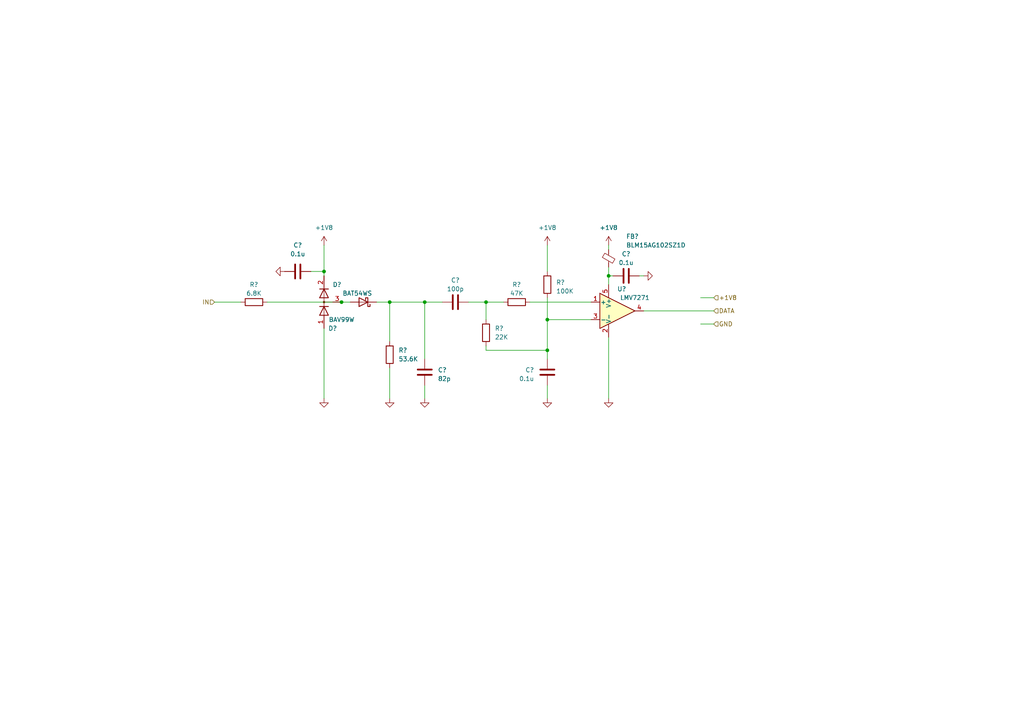
<source format=kicad_sch>
(kicad_sch (version 20230221) (generator eeschema)

  (uuid e71cbde1-8d43-4450-8a5d-ad6ba7566a5d)

  (paper "A4")

  (lib_symbols
    (symbol "Comparator:LMV7271" (pin_names (offset 0.127)) (in_bom yes) (on_board yes)
      (property "Reference" "U" (at 1.27 5.08 0)
        (effects (font (size 1.27 1.27)))
      )
      (property "Value" "LMV7271" (at 3.81 -5.08 0)
        (effects (font (size 1.27 1.27)))
      )
      (property "Footprint" "" (at 0 2.54 0)
        (effects (font (size 1.27 1.27)) hide)
      )
      (property "Datasheet" "http://www.ti.com/lit/ds/symlink/lmv7271.pdf" (at 0 5.08 0)
        (effects (font (size 1.27 1.27)) hide)
      )
      (property "ki_keywords" "cmp" (at 0 0 0)
        (effects (font (size 1.27 1.27)) hide)
      )
      (property "ki_description" "Single, 1.8V Low Power, Rail-to-Rail Input, Push-Pull Output Comparator, SOT-23-5/SC-70-5" (at 0 0 0)
        (effects (font (size 1.27 1.27)) hide)
      )
      (property "ki_fp_filters" "SOT?23* *SC?70*" (at 0 0 0)
        (effects (font (size 1.27 1.27)) hide)
      )
      (symbol "LMV7271_0_1"
        (polyline
          (pts
            (xy -5.08 5.08)
            (xy 5.08 0)
            (xy -5.08 -5.08)
            (xy -5.08 5.08)
          )
          (stroke (width 0.254) (type default))
          (fill (type background))
        )
      )
      (symbol "LMV7271_1_1"
        (pin input line (at -7.62 2.54 0) (length 2.54)
          (name "+" (effects (font (size 1.27 1.27))))
          (number "1" (effects (font (size 1.27 1.27))))
        )
        (pin power_in line (at -2.54 -7.62 90) (length 3.81)
          (name "V-" (effects (font (size 1.27 1.27))))
          (number "2" (effects (font (size 1.27 1.27))))
        )
        (pin input line (at -7.62 -2.54 0) (length 2.54)
          (name "-" (effects (font (size 1.27 1.27))))
          (number "3" (effects (font (size 1.27 1.27))))
        )
        (pin output line (at 7.62 0 180) (length 2.54)
          (name "~" (effects (font (size 1.27 1.27))))
          (number "4" (effects (font (size 1.27 1.27))))
        )
        (pin power_in line (at -2.54 7.62 270) (length 3.81)
          (name "V+" (effects (font (size 1.27 1.27))))
          (number "5" (effects (font (size 1.27 1.27))))
        )
      )
    )
    (symbol "Device:C" (pin_numbers hide) (pin_names (offset 0.254)) (in_bom yes) (on_board yes)
      (property "Reference" "C" (at 0.635 2.54 0)
        (effects (font (size 1.27 1.27)) (justify left))
      )
      (property "Value" "C" (at 0.635 -2.54 0)
        (effects (font (size 1.27 1.27)) (justify left))
      )
      (property "Footprint" "" (at 0.9652 -3.81 0)
        (effects (font (size 1.27 1.27)) hide)
      )
      (property "Datasheet" "~" (at 0 0 0)
        (effects (font (size 1.27 1.27)) hide)
      )
      (property "ki_keywords" "cap capacitor" (at 0 0 0)
        (effects (font (size 1.27 1.27)) hide)
      )
      (property "ki_description" "Unpolarized capacitor" (at 0 0 0)
        (effects (font (size 1.27 1.27)) hide)
      )
      (property "ki_fp_filters" "C_*" (at 0 0 0)
        (effects (font (size 1.27 1.27)) hide)
      )
      (symbol "C_0_1"
        (polyline
          (pts
            (xy -2.032 -0.762)
            (xy 2.032 -0.762)
          )
          (stroke (width 0.508) (type default))
          (fill (type none))
        )
        (polyline
          (pts
            (xy -2.032 0.762)
            (xy 2.032 0.762)
          )
          (stroke (width 0.508) (type default))
          (fill (type none))
        )
      )
      (symbol "C_1_1"
        (pin passive line (at 0 3.81 270) (length 2.794)
          (name "~" (effects (font (size 1.27 1.27))))
          (number "1" (effects (font (size 1.27 1.27))))
        )
        (pin passive line (at 0 -3.81 90) (length 2.794)
          (name "~" (effects (font (size 1.27 1.27))))
          (number "2" (effects (font (size 1.27 1.27))))
        )
      )
    )
    (symbol "Device:D_Dual_Series_AKC" (pin_names (offset 0.762) hide) (in_bom yes) (on_board yes)
      (property "Reference" "D" (at 1.27 -2.54 0)
        (effects (font (size 1.27 1.27)))
      )
      (property "Value" "D_Dual_Series_AKC" (at 0 2.54 0)
        (effects (font (size 1.27 1.27)))
      )
      (property "Footprint" "" (at 0 0 0)
        (effects (font (size 1.27 1.27)) hide)
      )
      (property "Datasheet" "~" (at 0 0 0)
        (effects (font (size 1.27 1.27)) hide)
      )
      (property "ki_keywords" "diode" (at 0 0 0)
        (effects (font (size 1.27 1.27)) hide)
      )
      (property "ki_description" "Dual diode, anode/cathode/center" (at 0 0 0)
        (effects (font (size 1.27 1.27)) hide)
      )
      (symbol "D_Dual_Series_AKC_0_1"
        (polyline
          (pts
            (xy -3.81 0)
            (xy 3.81 0)
          )
          (stroke (width 0) (type default))
          (fill (type none))
        )
        (polyline
          (pts
            (xy 0 0)
            (xy 0 -2.54)
          )
          (stroke (width 0) (type default))
          (fill (type none))
        )
        (polyline
          (pts
            (xy 6.35 0)
            (xy 7.62 0)
          )
          (stroke (width 0) (type default))
          (fill (type none))
        )
        (polyline
          (pts
            (xy -1.27 -1.27)
            (xy -1.27 1.27)
            (xy -1.27 1.27)
          )
          (stroke (width 0.254) (type default))
          (fill (type none))
        )
        (polyline
          (pts
            (xy 3.81 1.27)
            (xy 3.81 -1.27)
            (xy 3.81 -1.27)
          )
          (stroke (width 0.254) (type default))
          (fill (type none))
        )
        (polyline
          (pts
            (xy -3.81 1.27)
            (xy -1.27 0)
            (xy -3.81 -1.27)
            (xy -3.81 1.27)
            (xy -3.81 1.27)
            (xy -3.81 1.27)
          )
          (stroke (width 0.254) (type default))
          (fill (type none))
        )
        (polyline
          (pts
            (xy 1.27 1.27)
            (xy 3.81 0)
            (xy 1.27 -1.27)
            (xy 1.27 1.27)
            (xy 1.27 1.27)
            (xy 1.27 1.27)
          )
          (stroke (width 0.254) (type default))
          (fill (type none))
        )
        (circle (center 0 0) (radius 0.254)
          (stroke (width 0) (type default))
          (fill (type outline))
        )
        (pin passive line (at -7.62 0 0) (length 3.81)
          (name "A" (effects (font (size 1.27 1.27))))
          (number "1" (effects (font (size 1.27 1.27))))
        )
        (pin passive line (at 7.62 0 180) (length 3.81)
          (name "K" (effects (font (size 1.27 1.27))))
          (number "2" (effects (font (size 1.27 1.27))))
        )
        (pin passive line (at 0 -5.08 90) (length 2.54)
          (name "common" (effects (font (size 1.27 1.27))))
          (number "3" (effects (font (size 1.27 1.27))))
        )
      )
    )
    (symbol "Device:D_Schottky" (pin_numbers hide) (pin_names (offset 1.016) hide) (in_bom yes) (on_board yes)
      (property "Reference" "D" (at 0 2.54 0)
        (effects (font (size 1.27 1.27)))
      )
      (property "Value" "D_Schottky" (at 0 -2.54 0)
        (effects (font (size 1.27 1.27)))
      )
      (property "Footprint" "" (at 0 0 0)
        (effects (font (size 1.27 1.27)) hide)
      )
      (property "Datasheet" "~" (at 0 0 0)
        (effects (font (size 1.27 1.27)) hide)
      )
      (property "ki_keywords" "diode Schottky" (at 0 0 0)
        (effects (font (size 1.27 1.27)) hide)
      )
      (property "ki_description" "Schottky diode" (at 0 0 0)
        (effects (font (size 1.27 1.27)) hide)
      )
      (property "ki_fp_filters" "TO-???* *_Diode_* *SingleDiode* D_*" (at 0 0 0)
        (effects (font (size 1.27 1.27)) hide)
      )
      (symbol "D_Schottky_0_1"
        (polyline
          (pts
            (xy 1.27 0)
            (xy -1.27 0)
          )
          (stroke (width 0) (type default))
          (fill (type none))
        )
        (polyline
          (pts
            (xy 1.27 1.27)
            (xy 1.27 -1.27)
            (xy -1.27 0)
            (xy 1.27 1.27)
          )
          (stroke (width 0.254) (type default))
          (fill (type none))
        )
        (polyline
          (pts
            (xy -1.905 0.635)
            (xy -1.905 1.27)
            (xy -1.27 1.27)
            (xy -1.27 -1.27)
            (xy -0.635 -1.27)
            (xy -0.635 -0.635)
          )
          (stroke (width 0.254) (type default))
          (fill (type none))
        )
      )
      (symbol "D_Schottky_1_1"
        (pin passive line (at -3.81 0 0) (length 2.54)
          (name "K" (effects (font (size 1.27 1.27))))
          (number "1" (effects (font (size 1.27 1.27))))
        )
        (pin passive line (at 3.81 0 180) (length 2.54)
          (name "A" (effects (font (size 1.27 1.27))))
          (number "2" (effects (font (size 1.27 1.27))))
        )
      )
    )
    (symbol "Device:FerriteBead_Small" (pin_numbers hide) (pin_names (offset 0)) (in_bom yes) (on_board yes)
      (property "Reference" "FB" (at 1.905 1.27 0)
        (effects (font (size 1.27 1.27)) (justify left))
      )
      (property "Value" "FerriteBead_Small" (at 1.905 -1.27 0)
        (effects (font (size 1.27 1.27)) (justify left))
      )
      (property "Footprint" "" (at -1.778 0 90)
        (effects (font (size 1.27 1.27)) hide)
      )
      (property "Datasheet" "~" (at 0 0 0)
        (effects (font (size 1.27 1.27)) hide)
      )
      (property "ki_keywords" "L ferrite bead inductor filter" (at 0 0 0)
        (effects (font (size 1.27 1.27)) hide)
      )
      (property "ki_description" "Ferrite bead, small symbol" (at 0 0 0)
        (effects (font (size 1.27 1.27)) hide)
      )
      (property "ki_fp_filters" "Inductor_* L_* *Ferrite*" (at 0 0 0)
        (effects (font (size 1.27 1.27)) hide)
      )
      (symbol "FerriteBead_Small_0_1"
        (polyline
          (pts
            (xy 0 -1.27)
            (xy 0 -0.7874)
          )
          (stroke (width 0) (type default))
          (fill (type none))
        )
        (polyline
          (pts
            (xy 0 0.889)
            (xy 0 1.2954)
          )
          (stroke (width 0) (type default))
          (fill (type none))
        )
        (polyline
          (pts
            (xy -1.8288 0.2794)
            (xy -1.1176 1.4986)
            (xy 1.8288 -0.2032)
            (xy 1.1176 -1.4224)
            (xy -1.8288 0.2794)
          )
          (stroke (width 0) (type default))
          (fill (type none))
        )
      )
      (symbol "FerriteBead_Small_1_1"
        (pin passive line (at 0 2.54 270) (length 1.27)
          (name "~" (effects (font (size 1.27 1.27))))
          (number "1" (effects (font (size 1.27 1.27))))
        )
        (pin passive line (at 0 -2.54 90) (length 1.27)
          (name "~" (effects (font (size 1.27 1.27))))
          (number "2" (effects (font (size 1.27 1.27))))
        )
      )
    )
    (symbol "Device:R" (pin_numbers hide) (pin_names (offset 0)) (in_bom yes) (on_board yes)
      (property "Reference" "R" (at 2.032 0 90)
        (effects (font (size 1.27 1.27)))
      )
      (property "Value" "R" (at 0 0 90)
        (effects (font (size 1.27 1.27)))
      )
      (property "Footprint" "" (at -1.778 0 90)
        (effects (font (size 1.27 1.27)) hide)
      )
      (property "Datasheet" "~" (at 0 0 0)
        (effects (font (size 1.27 1.27)) hide)
      )
      (property "ki_keywords" "R res resistor" (at 0 0 0)
        (effects (font (size 1.27 1.27)) hide)
      )
      (property "ki_description" "Resistor" (at 0 0 0)
        (effects (font (size 1.27 1.27)) hide)
      )
      (property "ki_fp_filters" "R_*" (at 0 0 0)
        (effects (font (size 1.27 1.27)) hide)
      )
      (symbol "R_0_1"
        (rectangle (start -1.016 -2.54) (end 1.016 2.54)
          (stroke (width 0.254) (type default))
          (fill (type none))
        )
      )
      (symbol "R_1_1"
        (pin passive line (at 0 3.81 270) (length 1.27)
          (name "~" (effects (font (size 1.27 1.27))))
          (number "1" (effects (font (size 1.27 1.27))))
        )
        (pin passive line (at 0 -3.81 90) (length 1.27)
          (name "~" (effects (font (size 1.27 1.27))))
          (number "2" (effects (font (size 1.27 1.27))))
        )
      )
    )
    (symbol "power:+1V8" (power) (pin_names (offset 0)) (in_bom yes) (on_board yes)
      (property "Reference" "#PWR" (at 0 -3.81 0)
        (effects (font (size 1.27 1.27)) hide)
      )
      (property "Value" "+1V8" (at 0 3.556 0)
        (effects (font (size 1.27 1.27)))
      )
      (property "Footprint" "" (at 0 0 0)
        (effects (font (size 1.27 1.27)) hide)
      )
      (property "Datasheet" "" (at 0 0 0)
        (effects (font (size 1.27 1.27)) hide)
      )
      (property "ki_keywords" "power-flag" (at 0 0 0)
        (effects (font (size 1.27 1.27)) hide)
      )
      (property "ki_description" "Power symbol creates a global label with name \"+1V8\"" (at 0 0 0)
        (effects (font (size 1.27 1.27)) hide)
      )
      (symbol "+1V8_0_1"
        (polyline
          (pts
            (xy -0.762 1.27)
            (xy 0 2.54)
          )
          (stroke (width 0) (type default))
          (fill (type none))
        )
        (polyline
          (pts
            (xy 0 0)
            (xy 0 2.54)
          )
          (stroke (width 0) (type default))
          (fill (type none))
        )
        (polyline
          (pts
            (xy 0 2.54)
            (xy 0.762 1.27)
          )
          (stroke (width 0) (type default))
          (fill (type none))
        )
      )
      (symbol "+1V8_1_1"
        (pin power_in line (at 0 0 90) (length 0) hide
          (name "+1V8" (effects (font (size 1.27 1.27))))
          (number "1" (effects (font (size 1.27 1.27))))
        )
      )
    )
    (symbol "power:GND" (power) (pin_names (offset 0)) (in_bom yes) (on_board yes)
      (property "Reference" "#PWR" (at 0 -6.35 0)
        (effects (font (size 1.27 1.27)) hide)
      )
      (property "Value" "GND" (at 0 -3.81 0)
        (effects (font (size 1.27 1.27)))
      )
      (property "Footprint" "" (at 0 0 0)
        (effects (font (size 1.27 1.27)) hide)
      )
      (property "Datasheet" "" (at 0 0 0)
        (effects (font (size 1.27 1.27)) hide)
      )
      (property "ki_keywords" "power-flag" (at 0 0 0)
        (effects (font (size 1.27 1.27)) hide)
      )
      (property "ki_description" "Power symbol creates a global label with name \"GND\" , ground" (at 0 0 0)
        (effects (font (size 1.27 1.27)) hide)
      )
      (symbol "GND_0_1"
        (polyline
          (pts
            (xy 0 0)
            (xy 0 -1.27)
            (xy 1.27 -1.27)
            (xy 0 -2.54)
            (xy -1.27 -1.27)
            (xy 0 -1.27)
          )
          (stroke (width 0) (type default))
          (fill (type none))
        )
      )
      (symbol "GND_1_1"
        (pin power_in line (at 0 0 270) (length 0) hide
          (name "GND" (effects (font (size 1.27 1.27))))
          (number "1" (effects (font (size 1.27 1.27))))
        )
      )
    )
  )

  (junction (at 123.19 87.63) (diameter 0) (color 0 0 0 0)
    (uuid 00de7870-9a00-4d11-bbdf-d8a627943be2)
  )
  (junction (at 93.98 78.74) (diameter 0) (color 0 0 0 0)
    (uuid 31a1520c-732c-4761-9a7f-e90116d2b726)
  )
  (junction (at 158.75 92.71) (diameter 0) (color 0 0 0 0)
    (uuid 5750a2cc-a6ad-43be-a7ff-e1d86fa9716c)
  )
  (junction (at 113.03 87.63) (diameter 0) (color 0 0 0 0)
    (uuid 737ec7ec-c661-471b-962d-e783af865cd7)
  )
  (junction (at 99.06 87.63) (diameter 0) (color 0 0 0 0)
    (uuid 8080ac33-807c-4867-9595-40dd22b45ce7)
  )
  (junction (at 176.53 80.01) (diameter 0) (color 0 0 0 0)
    (uuid 95fc83f0-a096-44a7-86b0-1580d61ddbaf)
  )
  (junction (at 158.75 101.6) (diameter 0) (color 0 0 0 0)
    (uuid b2b0e782-01ca-45e3-a867-b6752a302df8)
  )
  (junction (at 140.97 87.63) (diameter 0) (color 0 0 0 0)
    (uuid bb20baa0-267e-4287-a6dc-e0210b334bfb)
  )

  (wire (pts (xy 158.75 111.76) (xy 158.75 115.57))
    (stroke (width 0) (type default))
    (uuid 09682c32-04dd-4955-a579-a06f092ea210)
  )
  (wire (pts (xy 113.03 106.68) (xy 113.03 115.57))
    (stroke (width 0) (type default))
    (uuid 0c613798-b279-46df-b30b-bca81e077689)
  )
  (wire (pts (xy 93.98 95.25) (xy 93.98 115.57))
    (stroke (width 0) (type default))
    (uuid 175923ec-6c24-4f44-8b79-a2d24d0d4978)
  )
  (wire (pts (xy 158.75 92.71) (xy 171.45 92.71))
    (stroke (width 0) (type default))
    (uuid 3ed8332b-6701-4ad4-a88d-4390004669f9)
  )
  (wire (pts (xy 176.53 77.47) (xy 176.53 80.01))
    (stroke (width 0) (type default))
    (uuid 466b39ac-32bb-4038-8cba-b26ebf557ff1)
  )
  (wire (pts (xy 140.97 101.6) (xy 158.75 101.6))
    (stroke (width 0) (type default))
    (uuid 477f0438-8e50-4b61-8ad0-191baede91f1)
  )
  (wire (pts (xy 123.19 104.14) (xy 123.19 87.63))
    (stroke (width 0) (type default))
    (uuid 4ac6e9f9-d5f7-411f-b1d5-ef00b897d5b8)
  )
  (wire (pts (xy 158.75 86.36) (xy 158.75 92.71))
    (stroke (width 0) (type default))
    (uuid 4ae980df-f0cd-4325-8f4d-e7c62f833fee)
  )
  (wire (pts (xy 177.8 80.01) (xy 176.53 80.01))
    (stroke (width 0) (type default))
    (uuid 4c438a5a-afd1-419f-bb20-3d1a58db981d)
  )
  (wire (pts (xy 176.53 72.39) (xy 176.53 71.12))
    (stroke (width 0) (type default))
    (uuid 4f0a3459-1fe5-4a37-a87f-e891478e3147)
  )
  (wire (pts (xy 99.06 87.63) (xy 101.6 87.63))
    (stroke (width 0) (type default))
    (uuid 55f4e76f-083a-43f6-a816-846bf5a2468c)
  )
  (wire (pts (xy 140.97 87.63) (xy 146.05 87.63))
    (stroke (width 0) (type default))
    (uuid 580b2420-58e7-413f-9699-c58c126cd0b8)
  )
  (wire (pts (xy 123.19 111.76) (xy 123.19 115.57))
    (stroke (width 0) (type default))
    (uuid 5933404b-400d-4a57-8c62-22f1c0639707)
  )
  (wire (pts (xy 176.53 80.01) (xy 176.53 82.55))
    (stroke (width 0) (type default))
    (uuid 599340d0-610d-4f89-9dcb-9fc7ea2cc61f)
  )
  (wire (pts (xy 109.22 87.63) (xy 113.03 87.63))
    (stroke (width 0) (type default))
    (uuid 60edfdb8-8a1b-401b-891b-c4196f22b6fc)
  )
  (wire (pts (xy 93.98 78.74) (xy 93.98 80.01))
    (stroke (width 0) (type default))
    (uuid 6711c7ea-c737-4090-a961-4158fb0e191b)
  )
  (wire (pts (xy 90.17 78.74) (xy 93.98 78.74))
    (stroke (width 0) (type default))
    (uuid 68718a24-68c9-4a0f-b3b1-72a7e7eafd0e)
  )
  (wire (pts (xy 93.98 71.12) (xy 93.98 78.74))
    (stroke (width 0) (type default))
    (uuid 69279710-c43a-4d8e-a416-c3c9947980a1)
  )
  (wire (pts (xy 153.67 87.63) (xy 171.45 87.63))
    (stroke (width 0) (type default))
    (uuid 6cff9fc6-ea2f-410f-af17-b50630b43eb6)
  )
  (wire (pts (xy 140.97 100.33) (xy 140.97 101.6))
    (stroke (width 0) (type default))
    (uuid 781cfe9d-95b2-4085-b592-26bfa500aa2d)
  )
  (wire (pts (xy 77.47 87.63) (xy 99.06 87.63))
    (stroke (width 0) (type default))
    (uuid 7fd546e3-39c4-4f7d-b06a-c0a686a92755)
  )
  (wire (pts (xy 140.97 87.63) (xy 140.97 92.71))
    (stroke (width 0) (type default))
    (uuid 857d94da-cf0c-4afe-b8b6-75130a2ce4b1)
  )
  (wire (pts (xy 135.89 87.63) (xy 140.97 87.63))
    (stroke (width 0) (type default))
    (uuid 87d98712-f065-4192-ba02-217c72bf1fb9)
  )
  (wire (pts (xy 158.75 92.71) (xy 158.75 101.6))
    (stroke (width 0) (type default))
    (uuid 87db4e01-db2b-433d-a3ac-50499178402a)
  )
  (wire (pts (xy 113.03 87.63) (xy 113.03 99.06))
    (stroke (width 0) (type default))
    (uuid 89a30c68-8f86-4b6f-bc70-6530a84bf042)
  )
  (wire (pts (xy 158.75 71.12) (xy 158.75 78.74))
    (stroke (width 0) (type default))
    (uuid 93a5fefd-2f0f-48f4-8ebf-51924f56fd65)
  )
  (wire (pts (xy 176.53 115.57) (xy 176.53 97.79))
    (stroke (width 0) (type default))
    (uuid a601740a-da63-4364-b9f8-e4e057e0f2c7)
  )
  (wire (pts (xy 203.2 93.98) (xy 207.01 93.98))
    (stroke (width 0) (type default))
    (uuid a659e37b-5a1f-41a1-862d-b260566d645c)
  )
  (wire (pts (xy 158.75 101.6) (xy 158.75 104.14))
    (stroke (width 0) (type default))
    (uuid aba834a0-a671-47da-959f-a218c0c6e1be)
  )
  (wire (pts (xy 203.2 86.36) (xy 207.01 86.36))
    (stroke (width 0) (type default))
    (uuid bd969bde-e0ad-4a07-ae0e-a4ffc09b4df5)
  )
  (wire (pts (xy 123.19 87.63) (xy 128.27 87.63))
    (stroke (width 0) (type default))
    (uuid be30ab90-2e23-4ec0-9ae5-36448abb3732)
  )
  (wire (pts (xy 62.23 87.63) (xy 69.85 87.63))
    (stroke (width 0) (type default))
    (uuid c145811c-51dd-4acb-b97b-e91816b42548)
  )
  (wire (pts (xy 185.42 80.01) (xy 186.69 80.01))
    (stroke (width 0) (type default))
    (uuid c2a18453-508f-4e83-9c96-00e470b9cd54)
  )
  (wire (pts (xy 113.03 87.63) (xy 123.19 87.63))
    (stroke (width 0) (type default))
    (uuid df1ed28d-839f-46f8-9d6d-fa79449015c8)
  )
  (wire (pts (xy 186.69 90.17) (xy 207.01 90.17))
    (stroke (width 0) (type default))
    (uuid f707fa9f-996f-40f3-b25e-a369a8f43124)
  )

  (hierarchical_label "GND" (shape input) (at 207.01 93.98 0) (fields_autoplaced)
    (effects (font (size 1.27 1.27)) (justify left))
    (uuid 57058e79-1a68-4bd3-85ba-7e3809e2ec29)
  )
  (hierarchical_label "+1V8" (shape input) (at 207.01 86.36 0) (fields_autoplaced)
    (effects (font (size 1.27 1.27)) (justify left))
    (uuid 8b6dd13a-5b33-4e54-adce-423cb59c9572)
  )
  (hierarchical_label "IN" (shape input) (at 62.23 87.63 180) (fields_autoplaced)
    (effects (font (size 1.27 1.27)) (justify right))
    (uuid e07f652f-5a49-43ab-9fa2-d99f6298d4ec)
  )
  (hierarchical_label "DATA" (shape input) (at 207.01 90.17 0) (fields_autoplaced)
    (effects (font (size 1.27 1.27)) (justify left))
    (uuid ecc01d8d-8836-461d-9d30-fc02b61a9607)
  )

  (symbol (lib_id "power:+1V8") (at 158.75 71.12 0) (unit 1)
    (in_bom yes) (on_board yes) (dnp no) (fields_autoplaced)
    (uuid 005d9bb1-af66-4ca9-9efa-6590ead6a9ce)
    (property "Reference" "#PWR?" (at 158.75 74.93 0)
      (effects (font (size 1.27 1.27)) hide)
    )
    (property "Value" "+1V8" (at 158.75 66.04 0)
      (effects (font (size 1.27 1.27)))
    )
    (property "Footprint" "" (at 158.75 71.12 0)
      (effects (font (size 1.27 1.27)) hide)
    )
    (property "Datasheet" "" (at 158.75 71.12 0)
      (effects (font (size 1.27 1.27)) hide)
    )
    (pin "1" (uuid 7b812706-b7be-4e6c-befb-1d60694b5a1c))
    (instances
      (project "Kampela"
        (path "/472e0f49-51e5-4b9c-a9f6-6aed0741c677/67eb4c15-878d-4392-8f98-b0db1677ce0d"
          (reference "#PWR?") (unit 1)
        )
      )
      (project "Kampela_D1"
        (path "/f1094595-086c-43ea-a0be-6f801d9d8744/67eb4c15-878d-4392-8f98-b0db1677ce0d"
          (reference "#PWR017") (unit 1)
        )
      )
    )
  )

  (symbol (lib_id "Device:C") (at 181.61 80.01 270) (mirror x) (unit 1)
    (in_bom yes) (on_board yes) (dnp no) (fields_autoplaced)
    (uuid 0d082e3c-d845-4287-b74e-9326d651a4c7)
    (property "Reference" "C?" (at 181.61 73.66 90)
      (effects (font (size 1.27 1.27)))
    )
    (property "Value" "0.1u" (at 181.61 76.2 90)
      (effects (font (size 1.27 1.27)))
    )
    (property "Footprint" "Capacitor_SMD:C_0402_1005Metric" (at 177.8 79.0448 0)
      (effects (font (size 1.27 1.27)) hide)
    )
    (property "Datasheet" "~" (at 181.61 80.01 0)
      (effects (font (size 1.27 1.27)) hide)
    )
    (pin "1" (uuid 71e05782-e375-4157-b8b7-407dec4a1b3d))
    (pin "2" (uuid 263029fc-a5ad-4810-9891-f9ff47ff8f6c))
    (instances
      (project "Kampela"
        (path "/472e0f49-51e5-4b9c-a9f6-6aed0741c677/67eb4c15-878d-4392-8f98-b0db1677ce0d"
          (reference "C?") (unit 1)
        )
      )
      (project "Kampela_D1"
        (path "/f1094595-086c-43ea-a0be-6f801d9d8744/67eb4c15-878d-4392-8f98-b0db1677ce0d"
          (reference "C5") (unit 1)
        )
      )
    )
  )

  (symbol (lib_id "Device:C") (at 123.19 107.95 0) (unit 1)
    (in_bom yes) (on_board yes) (dnp no) (fields_autoplaced)
    (uuid 1eb7f41e-b0c5-465c-95d0-217697737195)
    (property "Reference" "C?" (at 127 107.315 0)
      (effects (font (size 1.27 1.27)) (justify left))
    )
    (property "Value" "82p" (at 127 109.855 0)
      (effects (font (size 1.27 1.27)) (justify left))
    )
    (property "Footprint" "Capacitor_SMD:C_0402_1005Metric" (at 124.1552 111.76 0)
      (effects (font (size 1.27 1.27)) hide)
    )
    (property "Datasheet" "~" (at 123.19 107.95 0)
      (effects (font (size 1.27 1.27)) hide)
    )
    (pin "1" (uuid 3cefa6a2-3b1e-447b-8d99-7f292254d7ae))
    (pin "2" (uuid cf2da188-38d7-4ef0-915d-9fe7c7f9a2d1))
    (instances
      (project "Kampela"
        (path "/472e0f49-51e5-4b9c-a9f6-6aed0741c677/67eb4c15-878d-4392-8f98-b0db1677ce0d"
          (reference "C?") (unit 1)
        )
      )
      (project "Kampela_D1"
        (path "/f1094595-086c-43ea-a0be-6f801d9d8744/67eb4c15-878d-4392-8f98-b0db1677ce0d"
          (reference "C2") (unit 1)
        )
      )
    )
  )

  (symbol (lib_id "Device:D_Schottky") (at 105.41 87.63 180) (unit 1)
    (in_bom yes) (on_board yes) (dnp no)
    (uuid 28ee3c93-1c0e-4fb7-b782-c4da22b06b89)
    (property "Reference" "D?" (at 99.06 82.55 0)
      (effects (font (size 1.27 1.27)) (justify left))
    )
    (property "Value" "BAT54WS" (at 107.95 85.09 0)
      (effects (font (size 1.27 1.27)) (justify left))
    )
    (property "Footprint" "Diode_SMD:D_SOD-323F" (at 105.41 87.63 0)
      (effects (font (size 1.27 1.27)) hide)
    )
    (property "Datasheet" "~" (at 105.41 87.63 0)
      (effects (font (size 1.27 1.27)) hide)
    )
    (pin "1" (uuid 166d4c7e-96ac-452c-b711-b312016d5846))
    (pin "2" (uuid f5575602-0d59-4e45-931c-ac082bf00f04))
    (instances
      (project "Kampela"
        (path "/472e0f49-51e5-4b9c-a9f6-6aed0741c677/67eb4c15-878d-4392-8f98-b0db1677ce0d"
          (reference "D?") (unit 1)
        )
      )
      (project "Kampela_D1"
        (path "/f1094595-086c-43ea-a0be-6f801d9d8744/67eb4c15-878d-4392-8f98-b0db1677ce0d"
          (reference "D2") (unit 1)
        )
      )
    )
  )

  (symbol (lib_id "power:GND") (at 123.19 115.57 0) (unit 1)
    (in_bom yes) (on_board yes) (dnp no) (fields_autoplaced)
    (uuid 292231bf-e921-435a-aa02-0a6e9d2b9094)
    (property "Reference" "#PWR?" (at 123.19 121.92 0)
      (effects (font (size 1.27 1.27)) hide)
    )
    (property "Value" "GND" (at 123.19 120.65 0)
      (effects (font (size 1.27 1.27)) hide)
    )
    (property "Footprint" "" (at 123.19 115.57 0)
      (effects (font (size 1.27 1.27)) hide)
    )
    (property "Datasheet" "" (at 123.19 115.57 0)
      (effects (font (size 1.27 1.27)) hide)
    )
    (pin "1" (uuid 3a2c71e8-a044-42fe-af3c-883d70d602ce))
    (instances
      (project "Kampela"
        (path "/472e0f49-51e5-4b9c-a9f6-6aed0741c677/67eb4c15-878d-4392-8f98-b0db1677ce0d"
          (reference "#PWR?") (unit 1)
        )
      )
      (project "Kampela_D1"
        (path "/f1094595-086c-43ea-a0be-6f801d9d8744/67eb4c15-878d-4392-8f98-b0db1677ce0d"
          (reference "#PWR015") (unit 1)
        )
      )
    )
  )

  (symbol (lib_id "Device:R") (at 149.86 87.63 270) (unit 1)
    (in_bom yes) (on_board yes) (dnp no) (fields_autoplaced)
    (uuid 2ea1de2e-300f-45cd-badb-c52adba861cb)
    (property "Reference" "R?" (at 149.86 82.55 90)
      (effects (font (size 1.27 1.27)))
    )
    (property "Value" "47K" (at 149.86 85.09 90)
      (effects (font (size 1.27 1.27)))
    )
    (property "Footprint" "Resistor_SMD:R_0402_1005Metric" (at 149.86 85.852 90)
      (effects (font (size 1.27 1.27)) hide)
    )
    (property "Datasheet" "~" (at 149.86 87.63 0)
      (effects (font (size 1.27 1.27)) hide)
    )
    (pin "1" (uuid acda1d65-0a0a-4d9d-914a-512c9450b503))
    (pin "2" (uuid 5d8c8369-4cac-4227-900e-bb0fbacfde62))
    (instances
      (project "Kampela"
        (path "/472e0f49-51e5-4b9c-a9f6-6aed0741c677/67eb4c15-878d-4392-8f98-b0db1677ce0d"
          (reference "R?") (unit 1)
        )
      )
      (project "Kampela_D1"
        (path "/f1094595-086c-43ea-a0be-6f801d9d8744/67eb4c15-878d-4392-8f98-b0db1677ce0d"
          (reference "R4") (unit 1)
        )
      )
    )
  )

  (symbol (lib_id "Device:R") (at 140.97 96.52 0) (unit 1)
    (in_bom yes) (on_board yes) (dnp no) (fields_autoplaced)
    (uuid 2f2a7624-ae1d-4119-b117-532864e2761f)
    (property "Reference" "R?" (at 143.51 95.2499 0)
      (effects (font (size 1.27 1.27)) (justify left))
    )
    (property "Value" "22K" (at 143.51 97.7899 0)
      (effects (font (size 1.27 1.27)) (justify left))
    )
    (property "Footprint" "Resistor_SMD:R_0402_1005Metric" (at 139.192 96.52 90)
      (effects (font (size 1.27 1.27)) hide)
    )
    (property "Datasheet" "~" (at 140.97 96.52 0)
      (effects (font (size 1.27 1.27)) hide)
    )
    (pin "1" (uuid 93bc7464-9136-4cd3-8e4d-569fbf51757e))
    (pin "2" (uuid c207dedd-f447-4219-8255-9930cc327cee))
    (instances
      (project "Kampela"
        (path "/472e0f49-51e5-4b9c-a9f6-6aed0741c677/67eb4c15-878d-4392-8f98-b0db1677ce0d"
          (reference "R?") (unit 1)
        )
      )
      (project "Kampela_D1"
        (path "/f1094595-086c-43ea-a0be-6f801d9d8744/67eb4c15-878d-4392-8f98-b0db1677ce0d"
          (reference "R3") (unit 1)
        )
      )
    )
  )

  (symbol (lib_id "Device:C") (at 86.36 78.74 90) (mirror x) (unit 1)
    (in_bom yes) (on_board yes) (dnp no) (fields_autoplaced)
    (uuid 3780c09f-8ebb-4df9-8e79-af661d0ee190)
    (property "Reference" "C?" (at 86.36 71.12 90)
      (effects (font (size 1.27 1.27)))
    )
    (property "Value" "0.1u" (at 86.36 73.66 90)
      (effects (font (size 1.27 1.27)))
    )
    (property "Footprint" "Capacitor_SMD:C_0402_1005Metric" (at 90.17 79.7052 0)
      (effects (font (size 1.27 1.27)) hide)
    )
    (property "Datasheet" "~" (at 86.36 78.74 0)
      (effects (font (size 1.27 1.27)) hide)
    )
    (pin "1" (uuid eff670c4-c50d-46fa-b809-ca5246b7587c))
    (pin "2" (uuid ec1d2d08-7c9c-4fc6-973d-d9cfc20e64fe))
    (instances
      (project "Kampela"
        (path "/472e0f49-51e5-4b9c-a9f6-6aed0741c677/67eb4c15-878d-4392-8f98-b0db1677ce0d"
          (reference "C?") (unit 1)
        )
      )
      (project "Kampela_D1"
        (path "/f1094595-086c-43ea-a0be-6f801d9d8744/67eb4c15-878d-4392-8f98-b0db1677ce0d"
          (reference "C1") (unit 1)
        )
      )
    )
  )

  (symbol (lib_id "power:+1V8") (at 93.98 71.12 0) (unit 1)
    (in_bom yes) (on_board yes) (dnp no) (fields_autoplaced)
    (uuid 4dcda669-cc44-4686-a852-260396226be8)
    (property "Reference" "#PWR?" (at 93.98 74.93 0)
      (effects (font (size 1.27 1.27)) hide)
    )
    (property "Value" "+1V8" (at 93.98 66.04 0)
      (effects (font (size 1.27 1.27)))
    )
    (property "Footprint" "" (at 93.98 71.12 0)
      (effects (font (size 1.27 1.27)) hide)
    )
    (property "Datasheet" "" (at 93.98 71.12 0)
      (effects (font (size 1.27 1.27)) hide)
    )
    (pin "1" (uuid e3d16031-a83f-4974-93e0-480422e020eb))
    (instances
      (project "Kampela"
        (path "/472e0f49-51e5-4b9c-a9f6-6aed0741c677/67eb4c15-878d-4392-8f98-b0db1677ce0d"
          (reference "#PWR?") (unit 1)
        )
      )
      (project "Kampela_D1"
        (path "/f1094595-086c-43ea-a0be-6f801d9d8744/67eb4c15-878d-4392-8f98-b0db1677ce0d"
          (reference "#PWR012") (unit 1)
        )
      )
    )
  )

  (symbol (lib_id "Device:C") (at 158.75 107.95 0) (mirror x) (unit 1)
    (in_bom yes) (on_board yes) (dnp no) (fields_autoplaced)
    (uuid 4e999ff6-0929-4759-af6f-bab575e7e7f5)
    (property "Reference" "C?" (at 154.94 107.315 0)
      (effects (font (size 1.27 1.27)) (justify right))
    )
    (property "Value" "0.1u" (at 154.94 109.855 0)
      (effects (font (size 1.27 1.27)) (justify right))
    )
    (property "Footprint" "Capacitor_SMD:C_0402_1005Metric" (at 159.7152 104.14 0)
      (effects (font (size 1.27 1.27)) hide)
    )
    (property "Datasheet" "~" (at 158.75 107.95 0)
      (effects (font (size 1.27 1.27)) hide)
    )
    (pin "1" (uuid a3c04e7b-4eee-479e-9c77-a78953402051))
    (pin "2" (uuid 8da987b6-5537-4742-8859-ae186fd30a08))
    (instances
      (project "Kampela"
        (path "/472e0f49-51e5-4b9c-a9f6-6aed0741c677/67eb4c15-878d-4392-8f98-b0db1677ce0d"
          (reference "C?") (unit 1)
        )
      )
      (project "Kampela_D1"
        (path "/f1094595-086c-43ea-a0be-6f801d9d8744/67eb4c15-878d-4392-8f98-b0db1677ce0d"
          (reference "C4") (unit 1)
        )
      )
    )
  )

  (symbol (lib_id "Device:C") (at 132.08 87.63 270) (mirror x) (unit 1)
    (in_bom yes) (on_board yes) (dnp no) (fields_autoplaced)
    (uuid 53828eaf-2374-4716-8534-2778c9b7dc42)
    (property "Reference" "C?" (at 132.08 81.28 90)
      (effects (font (size 1.27 1.27)))
    )
    (property "Value" "100p" (at 132.08 83.82 90)
      (effects (font (size 1.27 1.27)))
    )
    (property "Footprint" "Capacitor_SMD:C_0402_1005Metric" (at 128.27 86.6648 0)
      (effects (font (size 1.27 1.27)) hide)
    )
    (property "Datasheet" "~" (at 132.08 87.63 0)
      (effects (font (size 1.27 1.27)) hide)
    )
    (pin "1" (uuid 20327d0e-c4f5-4999-94e5-75d14e334cd7))
    (pin "2" (uuid 0a2119d0-3ffe-4379-b0a0-af3057c274b0))
    (instances
      (project "Kampela"
        (path "/472e0f49-51e5-4b9c-a9f6-6aed0741c677/67eb4c15-878d-4392-8f98-b0db1677ce0d"
          (reference "C?") (unit 1)
        )
      )
      (project "Kampela_D1"
        (path "/f1094595-086c-43ea-a0be-6f801d9d8744/67eb4c15-878d-4392-8f98-b0db1677ce0d"
          (reference "C3") (unit 1)
        )
      )
    )
  )

  (symbol (lib_id "Device:FerriteBead_Small") (at 176.53 74.93 0) (unit 1)
    (in_bom yes) (on_board yes) (dnp no)
    (uuid 554b93bb-0e0d-4678-abef-79187734b1fb)
    (property "Reference" "FB?" (at 181.61 68.58 0)
      (effects (font (size 1.27 1.27)) (justify left))
    )
    (property "Value" "BLM15AG102SZ1D" (at 181.61 71.12 0)
      (effects (font (size 1.27 1.27)) (justify left))
    )
    (property "Footprint" "Inductor_SMD:L_0402_1005Metric" (at 174.752 74.93 90)
      (effects (font (size 1.27 1.27)) hide)
    )
    (property "Datasheet" "~" (at 176.53 74.93 0)
      (effects (font (size 1.27 1.27)) hide)
    )
    (pin "1" (uuid a1d9ed71-35d3-431b-84ee-f9b7de6001fa))
    (pin "2" (uuid 246f4ed6-2a4d-414d-a612-27131b69308b))
    (instances
      (project "Kampela"
        (path "/472e0f49-51e5-4b9c-a9f6-6aed0741c677/67eb4c15-878d-4392-8f98-b0db1677ce0d"
          (reference "FB?") (unit 1)
        )
      )
      (project "Kampela_D1"
        (path "/f1094595-086c-43ea-a0be-6f801d9d8744/67eb4c15-878d-4392-8f98-b0db1677ce0d"
          (reference "FB1") (unit 1)
        )
      )
    )
  )

  (symbol (lib_id "power:GND") (at 93.98 115.57 0) (unit 1)
    (in_bom yes) (on_board yes) (dnp no) (fields_autoplaced)
    (uuid 65015957-0f8a-4a0b-bd71-278bcb4e81ad)
    (property "Reference" "#PWR?" (at 93.98 121.92 0)
      (effects (font (size 1.27 1.27)) hide)
    )
    (property "Value" "GND" (at 93.98 120.65 0)
      (effects (font (size 1.27 1.27)) hide)
    )
    (property "Footprint" "" (at 93.98 115.57 0)
      (effects (font (size 1.27 1.27)) hide)
    )
    (property "Datasheet" "" (at 93.98 115.57 0)
      (effects (font (size 1.27 1.27)) hide)
    )
    (pin "1" (uuid 8bd2d1ef-d9ee-42b3-aaef-74c3c5eef445))
    (instances
      (project "Kampela"
        (path "/472e0f49-51e5-4b9c-a9f6-6aed0741c677/67eb4c15-878d-4392-8f98-b0db1677ce0d"
          (reference "#PWR?") (unit 1)
        )
      )
      (project "Kampela_D1"
        (path "/f1094595-086c-43ea-a0be-6f801d9d8744/67eb4c15-878d-4392-8f98-b0db1677ce0d"
          (reference "#PWR013") (unit 1)
        )
      )
    )
  )

  (symbol (lib_id "power:GND") (at 82.55 78.74 270) (unit 1)
    (in_bom yes) (on_board yes) (dnp no) (fields_autoplaced)
    (uuid 6c02058f-27f7-4342-9b8e-606b9e409101)
    (property "Reference" "#PWR?" (at 76.2 78.74 0)
      (effects (font (size 1.27 1.27)) hide)
    )
    (property "Value" "GND" (at 77.47 78.74 0)
      (effects (font (size 1.27 1.27)) hide)
    )
    (property "Footprint" "" (at 82.55 78.74 0)
      (effects (font (size 1.27 1.27)) hide)
    )
    (property "Datasheet" "" (at 82.55 78.74 0)
      (effects (font (size 1.27 1.27)) hide)
    )
    (pin "1" (uuid 275d2889-bc64-4128-87a8-a36e9b2b8c91))
    (instances
      (project "Kampela"
        (path "/472e0f49-51e5-4b9c-a9f6-6aed0741c677/67eb4c15-878d-4392-8f98-b0db1677ce0d"
          (reference "#PWR?") (unit 1)
        )
      )
      (project "Kampela_D1"
        (path "/f1094595-086c-43ea-a0be-6f801d9d8744/67eb4c15-878d-4392-8f98-b0db1677ce0d"
          (reference "#PWR011") (unit 1)
        )
      )
    )
  )

  (symbol (lib_id "power:GND") (at 186.69 80.01 90) (unit 1)
    (in_bom yes) (on_board yes) (dnp no) (fields_autoplaced)
    (uuid 794f7b33-6144-45df-b0da-a6a1ccb19093)
    (property "Reference" "#PWR?" (at 193.04 80.01 0)
      (effects (font (size 1.27 1.27)) hide)
    )
    (property "Value" "GND" (at 191.77 80.01 0)
      (effects (font (size 1.27 1.27)) hide)
    )
    (property "Footprint" "" (at 186.69 80.01 0)
      (effects (font (size 1.27 1.27)) hide)
    )
    (property "Datasheet" "" (at 186.69 80.01 0)
      (effects (font (size 1.27 1.27)) hide)
    )
    (pin "1" (uuid 646b41f9-05b3-41db-97da-85b7bb6647ca))
    (instances
      (project "Kampela"
        (path "/472e0f49-51e5-4b9c-a9f6-6aed0741c677/67eb4c15-878d-4392-8f98-b0db1677ce0d"
          (reference "#PWR?") (unit 1)
        )
      )
      (project "Kampela_D1"
        (path "/f1094595-086c-43ea-a0be-6f801d9d8744/67eb4c15-878d-4392-8f98-b0db1677ce0d"
          (reference "#PWR021") (unit 1)
        )
      )
    )
  )

  (symbol (lib_id "power:GND") (at 176.53 115.57 0) (unit 1)
    (in_bom yes) (on_board yes) (dnp no) (fields_autoplaced)
    (uuid 8d402518-4fc8-4411-b096-5729b05ee6a0)
    (property "Reference" "#PWR?" (at 176.53 121.92 0)
      (effects (font (size 1.27 1.27)) hide)
    )
    (property "Value" "GND" (at 176.53 120.65 0)
      (effects (font (size 1.27 1.27)) hide)
    )
    (property "Footprint" "" (at 176.53 115.57 0)
      (effects (font (size 1.27 1.27)) hide)
    )
    (property "Datasheet" "" (at 176.53 115.57 0)
      (effects (font (size 1.27 1.27)) hide)
    )
    (pin "1" (uuid b9dfc6c8-1768-47ae-8de7-0728bd5c5d3d))
    (instances
      (project "Kampela"
        (path "/472e0f49-51e5-4b9c-a9f6-6aed0741c677/67eb4c15-878d-4392-8f98-b0db1677ce0d"
          (reference "#PWR?") (unit 1)
        )
      )
      (project "Kampela_D1"
        (path "/f1094595-086c-43ea-a0be-6f801d9d8744/67eb4c15-878d-4392-8f98-b0db1677ce0d"
          (reference "#PWR020") (unit 1)
        )
      )
    )
  )

  (symbol (lib_id "Comparator:LMV7271") (at 179.07 90.17 0) (unit 1)
    (in_bom yes) (on_board yes) (dnp no)
    (uuid 8fe56de5-25ef-4e22-a889-da232d02032d)
    (property "Reference" "U?" (at 180.34 83.82 0)
      (effects (font (size 1.27 1.27)))
    )
    (property "Value" "LMV7271" (at 184.15 86.36 0)
      (effects (font (size 1.27 1.27)))
    )
    (property "Footprint" "Package_TO_SOT_SMD:SOT-353_SC-70-5" (at 179.07 87.63 0)
      (effects (font (size 1.27 1.27)) hide)
    )
    (property "Datasheet" "http://www.ti.com/lit/ds/symlink/lmv7271.pdf" (at 179.07 85.09 0)
      (effects (font (size 1.27 1.27)) hide)
    )
    (pin "1" (uuid 3b36f16f-e17d-42c4-88c7-f51f77ddb59a))
    (pin "2" (uuid a37d5180-00f7-4610-9acc-54e7eb22e4c7))
    (pin "3" (uuid 4399abb4-58f5-4cf8-98ac-83b037389e51))
    (pin "4" (uuid d48486a9-f29b-4728-b780-5c3fbe838079))
    (pin "5" (uuid 2590a9d7-4c53-411c-842e-22955363760f))
    (instances
      (project "Kampela"
        (path "/472e0f49-51e5-4b9c-a9f6-6aed0741c677/67eb4c15-878d-4392-8f98-b0db1677ce0d"
          (reference "U?") (unit 1)
        )
      )
      (project "Kampela_D1"
        (path "/f1094595-086c-43ea-a0be-6f801d9d8744/67eb4c15-878d-4392-8f98-b0db1677ce0d"
          (reference "U1") (unit 1)
        )
      )
    )
  )

  (symbol (lib_id "power:GND") (at 113.03 115.57 0) (unit 1)
    (in_bom yes) (on_board yes) (dnp no) (fields_autoplaced)
    (uuid ae00a833-0ee2-4cac-ba17-c8aa0f553152)
    (property "Reference" "#PWR?" (at 113.03 121.92 0)
      (effects (font (size 1.27 1.27)) hide)
    )
    (property "Value" "GND" (at 113.03 120.65 0)
      (effects (font (size 1.27 1.27)) hide)
    )
    (property "Footprint" "" (at 113.03 115.57 0)
      (effects (font (size 1.27 1.27)) hide)
    )
    (property "Datasheet" "" (at 113.03 115.57 0)
      (effects (font (size 1.27 1.27)) hide)
    )
    (pin "1" (uuid 0a42f56c-f5e8-4b82-9cb5-8e5780969e81))
    (instances
      (project "Kampela"
        (path "/472e0f49-51e5-4b9c-a9f6-6aed0741c677/67eb4c15-878d-4392-8f98-b0db1677ce0d"
          (reference "#PWR?") (unit 1)
        )
      )
      (project "Kampela_D1"
        (path "/f1094595-086c-43ea-a0be-6f801d9d8744/67eb4c15-878d-4392-8f98-b0db1677ce0d"
          (reference "#PWR014") (unit 1)
        )
      )
    )
  )

  (symbol (lib_id "Device:R") (at 73.66 87.63 90) (unit 1)
    (in_bom yes) (on_board yes) (dnp no) (fields_autoplaced)
    (uuid b8b5644f-568b-477e-9c00-a2bcc53e835e)
    (property "Reference" "R?" (at 73.66 82.55 90)
      (effects (font (size 1.27 1.27)))
    )
    (property "Value" "6.8K" (at 73.66 85.09 90)
      (effects (font (size 1.27 1.27)))
    )
    (property "Footprint" "Resistor_SMD:R_0402_1005Metric" (at 73.66 89.408 90)
      (effects (font (size 1.27 1.27)) hide)
    )
    (property "Datasheet" "~" (at 73.66 87.63 0)
      (effects (font (size 1.27 1.27)) hide)
    )
    (pin "1" (uuid 0a4873e1-aaba-4edf-b3ea-9eef45eac607))
    (pin "2" (uuid a7bca8fd-be1d-4eb4-a3c7-c08a5e2effea))
    (instances
      (project "Kampela"
        (path "/472e0f49-51e5-4b9c-a9f6-6aed0741c677/67eb4c15-878d-4392-8f98-b0db1677ce0d"
          (reference "R?") (unit 1)
        )
      )
      (project "Kampela_D1"
        (path "/f1094595-086c-43ea-a0be-6f801d9d8744/67eb4c15-878d-4392-8f98-b0db1677ce0d"
          (reference "R1") (unit 1)
        )
      )
    )
  )

  (symbol (lib_id "Device:R") (at 158.75 82.55 0) (unit 1)
    (in_bom yes) (on_board yes) (dnp no) (fields_autoplaced)
    (uuid c49702c7-476e-4d31-a011-6f23e9227063)
    (property "Reference" "R?" (at 161.29 81.915 0)
      (effects (font (size 1.27 1.27)) (justify left))
    )
    (property "Value" "100K" (at 161.29 84.455 0)
      (effects (font (size 1.27 1.27)) (justify left))
    )
    (property "Footprint" "Resistor_SMD:R_0402_1005Metric" (at 156.972 82.55 90)
      (effects (font (size 1.27 1.27)) hide)
    )
    (property "Datasheet" "~" (at 158.75 82.55 0)
      (effects (font (size 1.27 1.27)) hide)
    )
    (pin "1" (uuid 866fa89a-67d0-4735-89a1-4b2ebea135c2))
    (pin "2" (uuid f0354209-b533-441e-8dff-f2b72219699b))
    (instances
      (project "Kampela"
        (path "/472e0f49-51e5-4b9c-a9f6-6aed0741c677/67eb4c15-878d-4392-8f98-b0db1677ce0d"
          (reference "R?") (unit 1)
        )
      )
      (project "Kampela_D1"
        (path "/f1094595-086c-43ea-a0be-6f801d9d8744/67eb4c15-878d-4392-8f98-b0db1677ce0d"
          (reference "R5") (unit 1)
        )
      )
    )
  )

  (symbol (lib_id "power:GND") (at 158.75 115.57 0) (unit 1)
    (in_bom yes) (on_board yes) (dnp no) (fields_autoplaced)
    (uuid c4becbfc-089b-4fa0-a3a7-2ab9cdff31e6)
    (property "Reference" "#PWR?" (at 158.75 121.92 0)
      (effects (font (size 1.27 1.27)) hide)
    )
    (property "Value" "GND" (at 158.75 120.65 0)
      (effects (font (size 1.27 1.27)) hide)
    )
    (property "Footprint" "" (at 158.75 115.57 0)
      (effects (font (size 1.27 1.27)) hide)
    )
    (property "Datasheet" "" (at 158.75 115.57 0)
      (effects (font (size 1.27 1.27)) hide)
    )
    (pin "1" (uuid 57468050-b99f-4252-b2ba-9c50556f888e))
    (instances
      (project "Kampela"
        (path "/472e0f49-51e5-4b9c-a9f6-6aed0741c677/67eb4c15-878d-4392-8f98-b0db1677ce0d"
          (reference "#PWR?") (unit 1)
        )
      )
      (project "Kampela_D1"
        (path "/f1094595-086c-43ea-a0be-6f801d9d8744/67eb4c15-878d-4392-8f98-b0db1677ce0d"
          (reference "#PWR016") (unit 1)
        )
      )
    )
  )

  (symbol (lib_id "Device:R") (at 113.03 102.87 0) (unit 1)
    (in_bom yes) (on_board yes) (dnp no) (fields_autoplaced)
    (uuid e05b4ecf-dc9d-4b09-a904-2385655e785b)
    (property "Reference" "R?" (at 115.57 101.5999 0)
      (effects (font (size 1.27 1.27)) (justify left))
    )
    (property "Value" "53.6K" (at 115.57 104.1399 0)
      (effects (font (size 1.27 1.27)) (justify left))
    )
    (property "Footprint" "Resistor_SMD:R_0402_1005Metric" (at 111.252 102.87 90)
      (effects (font (size 1.27 1.27)) hide)
    )
    (property "Datasheet" "~" (at 113.03 102.87 0)
      (effects (font (size 1.27 1.27)) hide)
    )
    (pin "1" (uuid 0b44dca6-6439-4205-bfca-3c1f3c19183c))
    (pin "2" (uuid be3a75c9-0a00-4ae1-8e07-d333c91f9ebd))
    (instances
      (project "Kampela"
        (path "/472e0f49-51e5-4b9c-a9f6-6aed0741c677/67eb4c15-878d-4392-8f98-b0db1677ce0d"
          (reference "R?") (unit 1)
        )
      )
      (project "Kampela_D1"
        (path "/f1094595-086c-43ea-a0be-6f801d9d8744/67eb4c15-878d-4392-8f98-b0db1677ce0d"
          (reference "R2") (unit 1)
        )
      )
    )
  )

  (symbol (lib_id "power:+1V8") (at 176.53 71.12 0) (unit 1)
    (in_bom yes) (on_board yes) (dnp no) (fields_autoplaced)
    (uuid e737f7b4-3017-4a48-a198-ecda30bd2ac1)
    (property "Reference" "#PWR?" (at 176.53 74.93 0)
      (effects (font (size 1.27 1.27)) hide)
    )
    (property "Value" "+1V8" (at 176.53 66.04 0)
      (effects (font (size 1.27 1.27)))
    )
    (property "Footprint" "" (at 176.53 71.12 0)
      (effects (font (size 1.27 1.27)) hide)
    )
    (property "Datasheet" "" (at 176.53 71.12 0)
      (effects (font (size 1.27 1.27)) hide)
    )
    (pin "1" (uuid 86e7eb87-3022-40b2-8866-2c44440fd439))
    (instances
      (project "Kampela"
        (path "/472e0f49-51e5-4b9c-a9f6-6aed0741c677/67eb4c15-878d-4392-8f98-b0db1677ce0d"
          (reference "#PWR?") (unit 1)
        )
      )
      (project "Kampela_D1"
        (path "/f1094595-086c-43ea-a0be-6f801d9d8744/67eb4c15-878d-4392-8f98-b0db1677ce0d"
          (reference "#PWR019") (unit 1)
        )
      )
    )
  )

  (symbol (lib_id "Device:D_Dual_Series_AKC") (at 93.98 87.63 90) (unit 1)
    (in_bom yes) (on_board yes) (dnp no)
    (uuid e880020d-9059-4615-8c19-feefdd780aa9)
    (property "Reference" "D?" (at 97.79 95.25 90)
      (effects (font (size 1.27 1.27)) (justify left))
    )
    (property "Value" "BAV99W" (at 102.87 92.71 90)
      (effects (font (size 1.27 1.27)) (justify left))
    )
    (property "Footprint" "Package_TO_SOT_SMD:SOT-323_SC-70" (at 93.98 87.63 0)
      (effects (font (size 1.27 1.27)) hide)
    )
    (property "Datasheet" "~" (at 93.98 87.63 0)
      (effects (font (size 1.27 1.27)) hide)
    )
    (pin "1" (uuid 26352539-7ace-4a67-8f63-51e3c4ef8357))
    (pin "2" (uuid 534b0b37-7a50-4fe5-83f9-fa371a2d00a8))
    (pin "3" (uuid 1747f9fa-5af5-4b66-9b2e-415b4075dc3d))
    (instances
      (project "Kampela"
        (path "/472e0f49-51e5-4b9c-a9f6-6aed0741c677/67eb4c15-878d-4392-8f98-b0db1677ce0d"
          (reference "D?") (unit 1)
        )
      )
      (project "Kampela_D1"
        (path "/f1094595-086c-43ea-a0be-6f801d9d8744/67eb4c15-878d-4392-8f98-b0db1677ce0d"
          (reference "D1") (unit 1)
        )
      )
    )
  )
)

</source>
